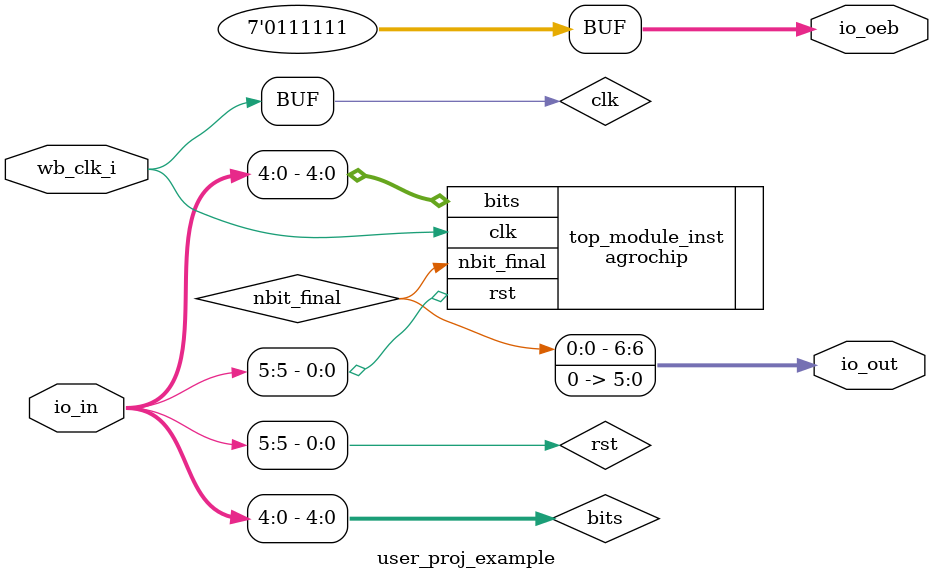
<source format=v>
module user_proj_example #(
parameter BITS = 7
)(
`ifdef USE_POWER_PINS
    inout vccd1,    // User area 1 1.8V supply
    inout vssd1,    // User area 1 digital ground
`endif

    // Wishbone Slave ports (WB MI A)
    input wb_clk_i,
    //input wb_rst_i,
    //input wbs_stb_i,
    //input wbs_cyc_i,
    //input wbs_we_i,
    //input [3:0] wbs_sel_i,
   // input [31:0] wbs_dat_i,
   // input [31:0] wbs_adr_i,
   // output wbs_ack_o,
   // output [31:0] wbs_dat_o,

    // Logic Analyzer Signals
  //  input  [127:0] la_data_in,
 //   output [127:0] la_data_out,
  //  input  [127:0] la_oenb,

    // IOs
    input  [BITS-1:0] io_in,
    output [BITS-1:0] io_out,
    output [BITS-1:0] io_oeb

    // IRQ
   // output [2:0] irq
);

    // Internal signals for top_module
    wire clk;
    wire rst;
    wire [4:0] bits;
    wire nbit_final;

    // Instantiate top_module
    agrochip top_module_inst (
        .clk(clk),
        .rst(rst),
        .bits(bits),
        .nbit_final(nbit_final) // Connect output to internal signal
    );

    // Assigning the necessary signals
    assign clk = wb_clk_i; 
    assign rst = io_in[5];
    assign bits = io_in[4:0]; // Take the lower 5 bits from io_in
	assign io_out[6] = nbit_final; // Assign nbit_final to the first bit of io_out
	assign io_oeb[6] = 1'b0;
    //assign io_out[BITS-1:8] = {BITS-9{1'b0}}; // Set the remaining bits to zero if needed
	assign io_out[5:0] = 6'b000000;
	assign io_oeb[5:0] = 6'b111111;
	
endmodule
`default_nettype wire

</source>
